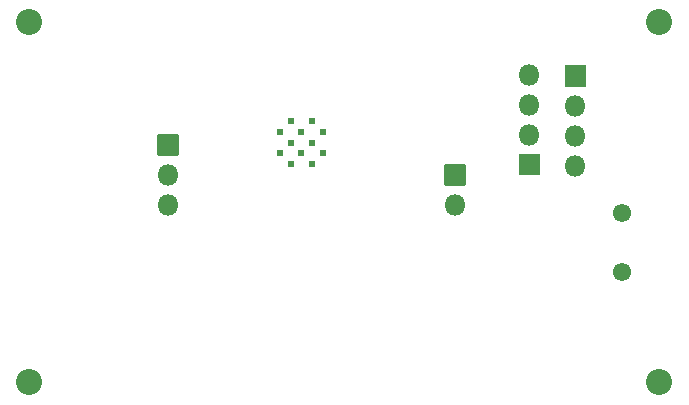
<source format=gbs>
G04 #@! TF.GenerationSoftware,KiCad,Pcbnew,(5.1.9)-1*
G04 #@! TF.CreationDate,2021-04-15T13:25:18+02:00*
G04 #@! TF.ProjectId,microfoon,6d696372-6f66-46f6-9f6e-2e6b69636164,rev?*
G04 #@! TF.SameCoordinates,Original*
G04 #@! TF.FileFunction,Soldermask,Bot*
G04 #@! TF.FilePolarity,Negative*
%FSLAX46Y46*%
G04 Gerber Fmt 4.6, Leading zero omitted, Abs format (unit mm)*
G04 Created by KiCad (PCBNEW (5.1.9)-1) date 2021-04-15 13:25:18*
%MOMM*%
%LPD*%
G01*
G04 APERTURE LIST*
%ADD10C,2.202000*%
%ADD11C,1.552000*%
%ADD12C,0.602000*%
%ADD13O,1.802000X1.802000*%
G04 APERTURE END LIST*
D10*
X86868000Y-42164000D03*
X86868000Y-72644000D03*
X140208000Y-72644000D03*
X140208000Y-42164000D03*
D11*
X137000000Y-58300000D03*
X137000000Y-63300000D03*
D12*
X108982500Y-50505000D03*
X110817500Y-50505000D03*
X108065000Y-51422500D03*
X109900000Y-51422500D03*
X111735000Y-51422500D03*
X108982500Y-52340000D03*
X110817500Y-52340000D03*
X108065000Y-53257500D03*
X109900000Y-53257500D03*
X111735000Y-53257500D03*
X108982500Y-54175000D03*
X110817500Y-54175000D03*
G36*
G01*
X97699000Y-53410000D02*
X97699000Y-51710000D01*
G75*
G02*
X97750000Y-51659000I51000J0D01*
G01*
X99450000Y-51659000D01*
G75*
G02*
X99501000Y-51710000I0J-51000D01*
G01*
X99501000Y-53410000D01*
G75*
G02*
X99450000Y-53461000I-51000J0D01*
G01*
X97750000Y-53461000D01*
G75*
G02*
X97699000Y-53410000I0J51000D01*
G01*
G37*
D13*
X98600000Y-55100000D03*
X98600000Y-57640000D03*
G36*
G01*
X132199000Y-47550000D02*
X132199000Y-45850000D01*
G75*
G02*
X132250000Y-45799000I51000J0D01*
G01*
X133950000Y-45799000D01*
G75*
G02*
X134001000Y-45850000I0J-51000D01*
G01*
X134001000Y-47550000D01*
G75*
G02*
X133950000Y-47601000I-51000J0D01*
G01*
X132250000Y-47601000D01*
G75*
G02*
X132199000Y-47550000I0J51000D01*
G01*
G37*
X133100000Y-49240000D03*
X133100000Y-51780000D03*
X133100000Y-54320000D03*
X129200000Y-46600000D03*
X129200000Y-49140000D03*
X129200000Y-51680000D03*
G36*
G01*
X130101000Y-53370000D02*
X130101000Y-55070000D01*
G75*
G02*
X130050000Y-55121000I-51000J0D01*
G01*
X128350000Y-55121000D01*
G75*
G02*
X128299000Y-55070000I0J51000D01*
G01*
X128299000Y-53370000D01*
G75*
G02*
X128350000Y-53319000I51000J0D01*
G01*
X130050000Y-53319000D01*
G75*
G02*
X130101000Y-53370000I0J-51000D01*
G01*
G37*
G36*
G01*
X121999000Y-55950000D02*
X121999000Y-54250000D01*
G75*
G02*
X122050000Y-54199000I51000J0D01*
G01*
X123750000Y-54199000D01*
G75*
G02*
X123801000Y-54250000I0J-51000D01*
G01*
X123801000Y-55950000D01*
G75*
G02*
X123750000Y-56001000I-51000J0D01*
G01*
X122050000Y-56001000D01*
G75*
G02*
X121999000Y-55950000I0J51000D01*
G01*
G37*
X122900000Y-57640000D03*
M02*

</source>
